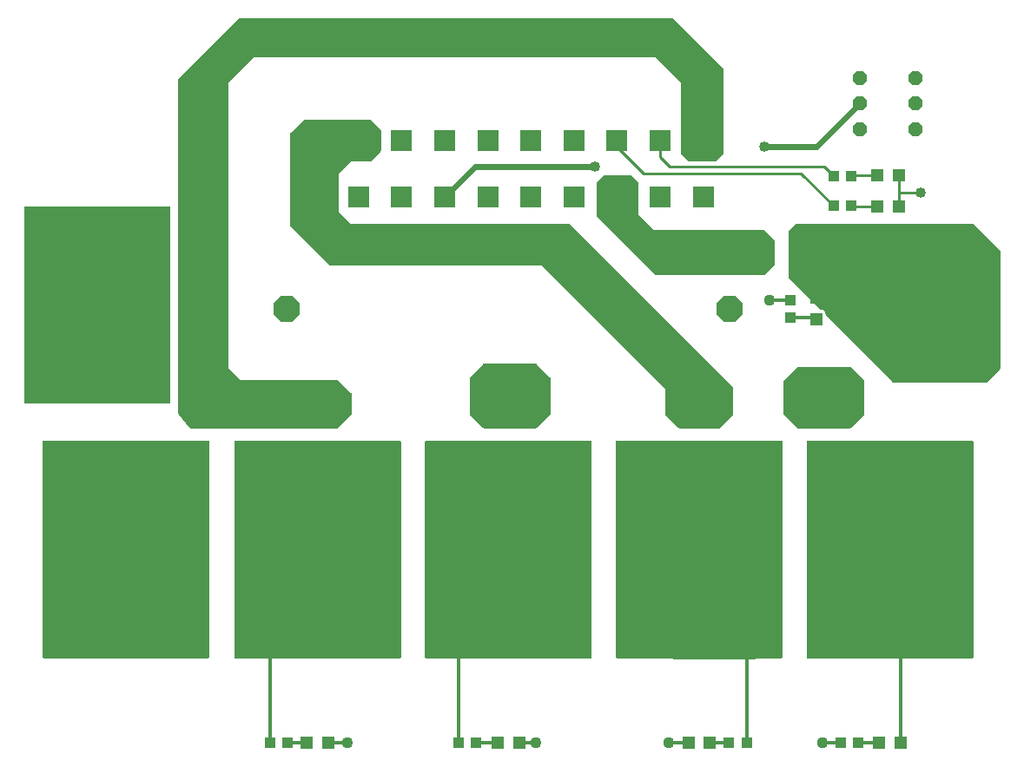
<source format=gbr>
G04 EAGLE Gerber RS-274X export*
G75*
%MOMM*%
%FSLAX34Y34*%
%LPD*%
%INTop Copper*%
%IPPOS*%
%AMOC8*
5,1,8,0,0,1.08239X$1,22.5*%
G01*
%ADD10P,2.749271X8X202.500000*%
%ADD11R,1.200000X1.200000*%
%ADD12R,1.000000X1.100000*%
%ADD13R,1.100000X1.000000*%
%ADD14R,3.150000X1.700000*%
%ADD15R,1.700000X3.150000*%
%ADD16C,8.000000*%
%ADD17R,2.100000X2.100000*%
%ADD18P,1.525737X8X112.500000*%
%ADD19C,0.254000*%
%ADD20C,0.355600*%
%ADD21C,1.108000*%
%ADD22C,1.016000*%
%ADD23C,1.422400*%
%ADD24C,0.558800*%

G36*
X333225Y373041D02*
X333225Y373041D01*
X333352Y373048D01*
X333398Y373061D01*
X333445Y373066D01*
X333565Y373109D01*
X333687Y373144D01*
X333728Y373168D01*
X333773Y373184D01*
X333880Y373253D01*
X333991Y373314D01*
X334036Y373353D01*
X334066Y373372D01*
X334100Y373407D01*
X334177Y373473D01*
X346877Y386173D01*
X346956Y386272D01*
X347040Y386366D01*
X347064Y386408D01*
X347094Y386446D01*
X347148Y386560D01*
X347209Y386671D01*
X347222Y386717D01*
X347243Y386761D01*
X347269Y386884D01*
X347304Y387006D01*
X347309Y387067D01*
X347316Y387102D01*
X347315Y387150D01*
X347323Y387250D01*
X347323Y406300D01*
X347309Y406426D01*
X347302Y406552D01*
X347289Y406598D01*
X347283Y406646D01*
X347241Y406765D01*
X347206Y406887D01*
X347182Y406929D01*
X347166Y406974D01*
X347097Y407081D01*
X347036Y407191D01*
X346996Y407237D01*
X346977Y407267D01*
X346942Y407301D01*
X346877Y407377D01*
X334177Y420077D01*
X334078Y420156D01*
X333984Y420240D01*
X333942Y420264D01*
X333904Y420294D01*
X333790Y420348D01*
X333679Y420409D01*
X333633Y420422D01*
X333589Y420443D01*
X333466Y420469D01*
X333344Y420504D01*
X333283Y420509D01*
X333248Y420516D01*
X333200Y420515D01*
X333100Y420523D01*
X241423Y420523D01*
X238767Y420604D01*
X226823Y432339D01*
X226823Y710469D01*
X251331Y734977D01*
X643769Y734977D01*
X668277Y710469D01*
X668277Y641250D01*
X668291Y641124D01*
X668298Y640998D01*
X668311Y640952D01*
X668317Y640904D01*
X668359Y640785D01*
X668394Y640663D01*
X668418Y640621D01*
X668434Y640576D01*
X668503Y640469D01*
X668564Y640359D01*
X668604Y640313D01*
X668623Y640283D01*
X668658Y640249D01*
X668723Y640173D01*
X675073Y633823D01*
X675172Y633744D01*
X675266Y633660D01*
X675308Y633636D01*
X675346Y633606D01*
X675460Y633552D01*
X675571Y633491D01*
X675617Y633478D01*
X675661Y633457D01*
X675784Y633431D01*
X675906Y633396D01*
X675967Y633392D01*
X676002Y633384D01*
X676050Y633385D01*
X676150Y633377D01*
X701550Y633377D01*
X701676Y633391D01*
X701802Y633398D01*
X701848Y633411D01*
X701896Y633417D01*
X702015Y633459D01*
X702137Y633494D01*
X702179Y633518D01*
X702224Y633534D01*
X702331Y633603D01*
X702441Y633664D01*
X702487Y633704D01*
X702517Y633723D01*
X702551Y633758D01*
X702627Y633823D01*
X708977Y640173D01*
X709056Y640272D01*
X709140Y640366D01*
X709164Y640408D01*
X709194Y640446D01*
X709248Y640560D01*
X709309Y640671D01*
X709322Y640717D01*
X709343Y640761D01*
X709369Y640884D01*
X709404Y641006D01*
X709409Y641067D01*
X709416Y641102D01*
X709415Y641150D01*
X709423Y641250D01*
X709423Y723800D01*
X709409Y723926D01*
X709402Y724052D01*
X709389Y724098D01*
X709383Y724146D01*
X709341Y724265D01*
X709306Y724387D01*
X709282Y724429D01*
X709266Y724474D01*
X709197Y724581D01*
X709136Y724691D01*
X709096Y724737D01*
X709077Y724767D01*
X709042Y724801D01*
X708977Y724877D01*
X660877Y772977D01*
X660778Y773056D01*
X660684Y773140D01*
X660642Y773164D01*
X660604Y773194D01*
X660490Y773248D01*
X660379Y773309D01*
X660333Y773322D01*
X660289Y773343D01*
X660166Y773369D01*
X660044Y773404D01*
X659983Y773409D01*
X659948Y773416D01*
X659900Y773415D01*
X659800Y773423D01*
X238000Y773423D01*
X237874Y773409D01*
X237748Y773402D01*
X237702Y773389D01*
X237654Y773383D01*
X237535Y773341D01*
X237413Y773306D01*
X237371Y773282D01*
X237326Y773266D01*
X237219Y773197D01*
X237109Y773136D01*
X237063Y773096D01*
X237033Y773077D01*
X236999Y773042D01*
X236923Y772977D01*
X178823Y714877D01*
X178744Y714778D01*
X178660Y714684D01*
X178636Y714642D01*
X178606Y714604D01*
X178552Y714490D01*
X178491Y714379D01*
X178478Y714333D01*
X178457Y714289D01*
X178431Y714166D01*
X178396Y714044D01*
X178392Y713983D01*
X178384Y713948D01*
X178385Y713900D01*
X178377Y713800D01*
X178377Y387250D01*
X178384Y387189D01*
X178382Y387128D01*
X178404Y387017D01*
X178417Y386904D01*
X178437Y386846D01*
X178449Y386786D01*
X178496Y386683D01*
X178534Y386576D01*
X178567Y386524D01*
X178592Y386469D01*
X178708Y386307D01*
X178723Y386283D01*
X178728Y386278D01*
X178734Y386269D01*
X189334Y373669D01*
X189347Y373658D01*
X189356Y373644D01*
X189473Y373538D01*
X189588Y373430D01*
X189602Y373422D01*
X189615Y373410D01*
X189752Y373334D01*
X189889Y373255D01*
X189905Y373250D01*
X189920Y373242D01*
X190071Y373199D01*
X190222Y373152D01*
X190239Y373151D01*
X190255Y373147D01*
X190499Y373127D01*
X333099Y373027D01*
X333225Y373041D01*
G37*
G36*
X716200Y148032D02*
X716200Y148032D01*
X716218Y148031D01*
X766018Y148731D01*
X766127Y148746D01*
X766237Y148753D01*
X766284Y148768D01*
X766333Y148775D01*
X766435Y148817D01*
X766539Y148851D01*
X766581Y148877D01*
X766627Y148896D01*
X766715Y148962D01*
X766808Y149021D01*
X766842Y149057D01*
X766882Y149087D01*
X766951Y149173D01*
X767026Y149253D01*
X767050Y149296D01*
X767081Y149335D01*
X767126Y149435D01*
X767180Y149531D01*
X767192Y149579D01*
X767212Y149624D01*
X767231Y149733D01*
X767259Y149839D01*
X767264Y149916D01*
X767268Y149937D01*
X767266Y149955D01*
X767269Y150000D01*
X767269Y360000D01*
X767254Y360118D01*
X767247Y360237D01*
X767234Y360275D01*
X767229Y360316D01*
X767186Y360426D01*
X767149Y360539D01*
X767127Y360574D01*
X767112Y360611D01*
X767043Y360707D01*
X766979Y360808D01*
X766949Y360836D01*
X766926Y360869D01*
X766834Y360945D01*
X766747Y361026D01*
X766712Y361046D01*
X766681Y361071D01*
X766573Y361122D01*
X766469Y361180D01*
X766429Y361190D01*
X766393Y361207D01*
X766276Y361229D01*
X766161Y361259D01*
X766101Y361263D01*
X766081Y361267D01*
X766060Y361265D01*
X766000Y361269D01*
X606000Y361269D01*
X605882Y361254D01*
X605763Y361247D01*
X605725Y361234D01*
X605684Y361229D01*
X605574Y361186D01*
X605461Y361149D01*
X605426Y361127D01*
X605389Y361112D01*
X605293Y361043D01*
X605192Y360979D01*
X605164Y360949D01*
X605131Y360926D01*
X605056Y360834D01*
X604974Y360747D01*
X604954Y360712D01*
X604929Y360681D01*
X604878Y360573D01*
X604820Y360469D01*
X604810Y360429D01*
X604793Y360393D01*
X604771Y360276D01*
X604741Y360161D01*
X604737Y360101D01*
X604733Y360081D01*
X604734Y360077D01*
X604733Y360076D01*
X604734Y360058D01*
X604731Y360000D01*
X604731Y150000D01*
X604745Y149886D01*
X604752Y149771D01*
X604765Y149729D01*
X604771Y149684D01*
X604813Y149578D01*
X604848Y149468D01*
X604871Y149430D01*
X604888Y149389D01*
X604955Y149296D01*
X605016Y149198D01*
X605048Y149168D01*
X605074Y149131D01*
X605163Y149058D01*
X605246Y148979D01*
X605285Y148957D01*
X605319Y148929D01*
X605424Y148880D01*
X605524Y148823D01*
X605567Y148812D01*
X605607Y148793D01*
X605720Y148772D01*
X605831Y148742D01*
X605899Y148737D01*
X605920Y148733D01*
X605939Y148735D01*
X605992Y148731D01*
X716192Y148031D01*
X716200Y148032D01*
G37*
G36*
X207318Y148746D02*
X207318Y148746D01*
X207437Y148753D01*
X207475Y148766D01*
X207516Y148771D01*
X207626Y148814D01*
X207739Y148851D01*
X207774Y148873D01*
X207811Y148888D01*
X207907Y148958D01*
X208008Y149021D01*
X208036Y149051D01*
X208069Y149074D01*
X208145Y149166D01*
X208226Y149253D01*
X208246Y149288D01*
X208271Y149319D01*
X208322Y149427D01*
X208380Y149531D01*
X208390Y149571D01*
X208407Y149607D01*
X208429Y149724D01*
X208459Y149839D01*
X208463Y149900D01*
X208467Y149920D01*
X208465Y149940D01*
X208469Y150000D01*
X208469Y360000D01*
X208454Y360118D01*
X208447Y360237D01*
X208434Y360275D01*
X208429Y360316D01*
X208386Y360426D01*
X208349Y360539D01*
X208327Y360574D01*
X208312Y360611D01*
X208243Y360707D01*
X208179Y360808D01*
X208149Y360836D01*
X208126Y360869D01*
X208034Y360945D01*
X207947Y361026D01*
X207912Y361046D01*
X207881Y361071D01*
X207773Y361122D01*
X207669Y361180D01*
X207629Y361190D01*
X207593Y361207D01*
X207476Y361229D01*
X207361Y361259D01*
X207301Y361263D01*
X207281Y361267D01*
X207260Y361265D01*
X207200Y361269D01*
X47200Y361269D01*
X47082Y361254D01*
X46963Y361247D01*
X46925Y361234D01*
X46884Y361229D01*
X46774Y361186D01*
X46661Y361149D01*
X46626Y361127D01*
X46589Y361112D01*
X46493Y361043D01*
X46392Y360979D01*
X46364Y360949D01*
X46331Y360926D01*
X46256Y360834D01*
X46174Y360747D01*
X46154Y360712D01*
X46129Y360681D01*
X46078Y360573D01*
X46020Y360469D01*
X46010Y360429D01*
X45993Y360393D01*
X45971Y360276D01*
X45941Y360161D01*
X45937Y360101D01*
X45933Y360081D01*
X45935Y360060D01*
X45931Y360000D01*
X45931Y150000D01*
X45946Y149882D01*
X45953Y149763D01*
X45966Y149725D01*
X45971Y149684D01*
X46014Y149574D01*
X46051Y149461D01*
X46073Y149426D01*
X46088Y149389D01*
X46158Y149293D01*
X46221Y149192D01*
X46251Y149164D01*
X46274Y149131D01*
X46366Y149056D01*
X46453Y148974D01*
X46488Y148954D01*
X46519Y148929D01*
X46627Y148878D01*
X46731Y148820D01*
X46771Y148810D01*
X46807Y148793D01*
X46924Y148771D01*
X47039Y148741D01*
X47100Y148737D01*
X47120Y148733D01*
X47140Y148735D01*
X47200Y148731D01*
X207200Y148731D01*
X207318Y148746D01*
G37*
G36*
X952118Y148746D02*
X952118Y148746D01*
X952237Y148753D01*
X952275Y148766D01*
X952316Y148771D01*
X952426Y148814D01*
X952539Y148851D01*
X952574Y148873D01*
X952611Y148888D01*
X952707Y148958D01*
X952808Y149021D01*
X952836Y149051D01*
X952869Y149074D01*
X952945Y149166D01*
X953026Y149253D01*
X953046Y149288D01*
X953071Y149319D01*
X953122Y149427D01*
X953180Y149531D01*
X953190Y149571D01*
X953207Y149607D01*
X953229Y149724D01*
X953259Y149839D01*
X953263Y149900D01*
X953267Y149920D01*
X953265Y149940D01*
X953269Y150000D01*
X953269Y360000D01*
X953254Y360118D01*
X953247Y360237D01*
X953234Y360275D01*
X953229Y360316D01*
X953186Y360426D01*
X953149Y360539D01*
X953127Y360574D01*
X953112Y360611D01*
X953043Y360707D01*
X952979Y360808D01*
X952949Y360836D01*
X952926Y360869D01*
X952834Y360945D01*
X952747Y361026D01*
X952712Y361046D01*
X952681Y361071D01*
X952573Y361122D01*
X952469Y361180D01*
X952429Y361190D01*
X952393Y361207D01*
X952276Y361229D01*
X952161Y361259D01*
X952101Y361263D01*
X952081Y361267D01*
X952060Y361265D01*
X952000Y361269D01*
X792000Y361269D01*
X791882Y361254D01*
X791763Y361247D01*
X791725Y361234D01*
X791684Y361229D01*
X791574Y361186D01*
X791461Y361149D01*
X791426Y361127D01*
X791389Y361112D01*
X791293Y361043D01*
X791192Y360979D01*
X791164Y360949D01*
X791131Y360926D01*
X791056Y360834D01*
X790974Y360747D01*
X790954Y360712D01*
X790929Y360681D01*
X790878Y360573D01*
X790820Y360469D01*
X790810Y360429D01*
X790793Y360393D01*
X790771Y360276D01*
X790741Y360161D01*
X790737Y360101D01*
X790733Y360081D01*
X790735Y360060D01*
X790731Y360000D01*
X790731Y150000D01*
X790746Y149882D01*
X790753Y149763D01*
X790766Y149725D01*
X790771Y149684D01*
X790814Y149574D01*
X790851Y149461D01*
X790873Y149426D01*
X790888Y149389D01*
X790958Y149293D01*
X791021Y149192D01*
X791051Y149164D01*
X791074Y149131D01*
X791166Y149056D01*
X791253Y148974D01*
X791288Y148954D01*
X791319Y148929D01*
X791427Y148878D01*
X791531Y148820D01*
X791571Y148810D01*
X791607Y148793D01*
X791724Y148771D01*
X791839Y148741D01*
X791900Y148737D01*
X791920Y148733D01*
X791940Y148735D01*
X792000Y148731D01*
X952000Y148731D01*
X952118Y148746D01*
G37*
G36*
X580118Y148746D02*
X580118Y148746D01*
X580237Y148753D01*
X580275Y148766D01*
X580316Y148771D01*
X580426Y148814D01*
X580539Y148851D01*
X580574Y148873D01*
X580611Y148888D01*
X580707Y148958D01*
X580808Y149021D01*
X580836Y149051D01*
X580869Y149074D01*
X580945Y149166D01*
X581026Y149253D01*
X581046Y149288D01*
X581071Y149319D01*
X581122Y149427D01*
X581180Y149531D01*
X581190Y149571D01*
X581207Y149607D01*
X581229Y149724D01*
X581259Y149839D01*
X581263Y149900D01*
X581267Y149920D01*
X581265Y149940D01*
X581269Y150000D01*
X581269Y360000D01*
X581254Y360118D01*
X581247Y360237D01*
X581234Y360275D01*
X581229Y360316D01*
X581186Y360426D01*
X581149Y360539D01*
X581127Y360574D01*
X581112Y360611D01*
X581043Y360707D01*
X580979Y360808D01*
X580949Y360836D01*
X580926Y360869D01*
X580834Y360945D01*
X580747Y361026D01*
X580712Y361046D01*
X580681Y361071D01*
X580573Y361122D01*
X580469Y361180D01*
X580429Y361190D01*
X580393Y361207D01*
X580276Y361229D01*
X580161Y361259D01*
X580101Y361263D01*
X580081Y361267D01*
X580060Y361265D01*
X580000Y361269D01*
X420000Y361269D01*
X419882Y361254D01*
X419763Y361247D01*
X419725Y361234D01*
X419684Y361229D01*
X419574Y361186D01*
X419461Y361149D01*
X419426Y361127D01*
X419389Y361112D01*
X419293Y361043D01*
X419192Y360979D01*
X419164Y360949D01*
X419131Y360926D01*
X419056Y360834D01*
X418974Y360747D01*
X418954Y360712D01*
X418929Y360681D01*
X418878Y360573D01*
X418820Y360469D01*
X418810Y360429D01*
X418793Y360393D01*
X418771Y360276D01*
X418741Y360161D01*
X418737Y360101D01*
X418733Y360081D01*
X418735Y360060D01*
X418731Y360000D01*
X418731Y150000D01*
X418746Y149882D01*
X418753Y149763D01*
X418766Y149725D01*
X418771Y149684D01*
X418814Y149574D01*
X418851Y149461D01*
X418873Y149426D01*
X418888Y149389D01*
X418958Y149293D01*
X419021Y149192D01*
X419051Y149164D01*
X419074Y149131D01*
X419166Y149056D01*
X419253Y148974D01*
X419288Y148954D01*
X419319Y148929D01*
X419427Y148878D01*
X419531Y148820D01*
X419571Y148810D01*
X419607Y148793D01*
X419724Y148771D01*
X419839Y148741D01*
X419900Y148737D01*
X419920Y148733D01*
X419940Y148735D01*
X420000Y148731D01*
X580000Y148731D01*
X580118Y148746D01*
G37*
G36*
X394118Y148746D02*
X394118Y148746D01*
X394237Y148753D01*
X394275Y148766D01*
X394316Y148771D01*
X394426Y148814D01*
X394539Y148851D01*
X394574Y148873D01*
X394611Y148888D01*
X394707Y148958D01*
X394808Y149021D01*
X394836Y149051D01*
X394869Y149074D01*
X394945Y149166D01*
X395026Y149253D01*
X395046Y149288D01*
X395071Y149319D01*
X395122Y149427D01*
X395180Y149531D01*
X395190Y149571D01*
X395207Y149607D01*
X395229Y149724D01*
X395259Y149839D01*
X395263Y149900D01*
X395267Y149920D01*
X395265Y149940D01*
X395269Y150000D01*
X395269Y360000D01*
X395254Y360118D01*
X395247Y360237D01*
X395234Y360275D01*
X395229Y360316D01*
X395186Y360426D01*
X395149Y360539D01*
X395127Y360574D01*
X395112Y360611D01*
X395043Y360707D01*
X394979Y360808D01*
X394949Y360836D01*
X394926Y360869D01*
X394834Y360945D01*
X394747Y361026D01*
X394712Y361046D01*
X394681Y361071D01*
X394573Y361122D01*
X394469Y361180D01*
X394429Y361190D01*
X394393Y361207D01*
X394276Y361229D01*
X394161Y361259D01*
X394101Y361263D01*
X394081Y361267D01*
X394060Y361265D01*
X394000Y361269D01*
X234000Y361269D01*
X233882Y361254D01*
X233763Y361247D01*
X233725Y361234D01*
X233684Y361229D01*
X233574Y361186D01*
X233461Y361149D01*
X233426Y361127D01*
X233389Y361112D01*
X233293Y361043D01*
X233192Y360979D01*
X233164Y360949D01*
X233131Y360926D01*
X233056Y360834D01*
X232974Y360747D01*
X232954Y360712D01*
X232929Y360681D01*
X232878Y360573D01*
X232820Y360469D01*
X232810Y360429D01*
X232793Y360393D01*
X232771Y360276D01*
X232741Y360161D01*
X232737Y360101D01*
X232733Y360081D01*
X232735Y360060D01*
X232731Y360000D01*
X232731Y150000D01*
X232746Y149882D01*
X232753Y149763D01*
X232766Y149725D01*
X232771Y149684D01*
X232814Y149574D01*
X232851Y149461D01*
X232873Y149426D01*
X232888Y149389D01*
X232958Y149293D01*
X233021Y149192D01*
X233051Y149164D01*
X233074Y149131D01*
X233166Y149056D01*
X233253Y148974D01*
X233288Y148954D01*
X233319Y148929D01*
X233427Y148878D01*
X233531Y148820D01*
X233571Y148810D01*
X233607Y148793D01*
X233724Y148771D01*
X233839Y148741D01*
X233900Y148737D01*
X233920Y148733D01*
X233940Y148735D01*
X234000Y148731D01*
X394000Y148731D01*
X394118Y148746D01*
G37*
G36*
X705326Y373141D02*
X705326Y373141D01*
X705452Y373148D01*
X705498Y373161D01*
X705546Y373167D01*
X705665Y373209D01*
X705787Y373244D01*
X705829Y373268D01*
X705874Y373284D01*
X705981Y373353D01*
X706091Y373414D01*
X706137Y373454D01*
X706167Y373473D01*
X706201Y373508D01*
X706277Y373573D01*
X718977Y386273D01*
X719056Y386372D01*
X719140Y386466D01*
X719164Y386508D01*
X719194Y386546D01*
X719248Y386660D01*
X719309Y386771D01*
X719322Y386817D01*
X719343Y386861D01*
X719369Y386984D01*
X719404Y387106D01*
X719409Y387167D01*
X719416Y387202D01*
X719415Y387250D01*
X719423Y387350D01*
X719423Y412400D01*
X719409Y412526D01*
X719402Y412652D01*
X719389Y412698D01*
X719383Y412746D01*
X719341Y412865D01*
X719306Y412987D01*
X719282Y413029D01*
X719266Y413074D01*
X719197Y413181D01*
X719136Y413291D01*
X719096Y413337D01*
X719077Y413367D01*
X719042Y413401D01*
X718977Y413477D01*
X559877Y572577D01*
X559778Y572656D01*
X559684Y572740D01*
X559642Y572764D01*
X559604Y572794D01*
X559490Y572848D01*
X559379Y572909D01*
X559333Y572922D01*
X559289Y572943D01*
X559166Y572969D01*
X559044Y573004D01*
X558983Y573009D01*
X558948Y573016D01*
X558900Y573015D01*
X558800Y573023D01*
X546100Y573023D01*
X546099Y573023D01*
X346581Y572924D01*
X334773Y584731D01*
X334773Y621569D01*
X346581Y633377D01*
X365000Y633377D01*
X365126Y633391D01*
X365252Y633398D01*
X365298Y633411D01*
X365346Y633417D01*
X365465Y633459D01*
X365587Y633494D01*
X365629Y633518D01*
X365674Y633534D01*
X365781Y633603D01*
X365891Y633664D01*
X365937Y633704D01*
X365967Y633723D01*
X366001Y633758D01*
X366077Y633823D01*
X375602Y643348D01*
X375681Y643447D01*
X375765Y643541D01*
X375789Y643583D01*
X375819Y643621D01*
X375873Y643735D01*
X375934Y643846D01*
X375947Y643892D01*
X375968Y643936D01*
X375994Y644059D01*
X376029Y644181D01*
X376034Y644242D01*
X376041Y644277D01*
X376040Y644325D01*
X376048Y644425D01*
X376048Y663475D01*
X376034Y663601D01*
X376027Y663727D01*
X376014Y663773D01*
X376008Y663821D01*
X375966Y663940D01*
X375931Y664062D01*
X375907Y664104D01*
X375891Y664149D01*
X375822Y664256D01*
X375761Y664366D01*
X375721Y664412D01*
X375702Y664442D01*
X375667Y664476D01*
X375602Y664552D01*
X366077Y674077D01*
X365978Y674156D01*
X365884Y674240D01*
X365842Y674264D01*
X365804Y674294D01*
X365690Y674348D01*
X365579Y674409D01*
X365533Y674422D01*
X365489Y674443D01*
X365366Y674469D01*
X365244Y674504D01*
X365183Y674509D01*
X365148Y674516D01*
X365100Y674515D01*
X365000Y674523D01*
X301500Y674523D01*
X301374Y674509D01*
X301248Y674502D01*
X301202Y674489D01*
X301154Y674483D01*
X301035Y674441D01*
X300913Y674406D01*
X300871Y674382D01*
X300826Y674366D01*
X300719Y674297D01*
X300609Y674236D01*
X300563Y674196D01*
X300533Y674177D01*
X300499Y674142D01*
X300423Y674077D01*
X287723Y661377D01*
X287644Y661278D01*
X287560Y661184D01*
X287536Y661142D01*
X287506Y661104D01*
X287452Y660990D01*
X287391Y660879D01*
X287378Y660833D01*
X287357Y660789D01*
X287331Y660666D01*
X287296Y660544D01*
X287292Y660483D01*
X287284Y660448D01*
X287285Y660400D01*
X287277Y660300D01*
X287277Y571400D01*
X287291Y571274D01*
X287298Y571148D01*
X287311Y571102D01*
X287317Y571054D01*
X287359Y570935D01*
X287394Y570813D01*
X287418Y570771D01*
X287434Y570726D01*
X287503Y570619D01*
X287564Y570509D01*
X287604Y570463D01*
X287623Y570433D01*
X287658Y570399D01*
X287723Y570323D01*
X325823Y532223D01*
X325922Y532144D01*
X326016Y532059D01*
X326058Y532036D01*
X326096Y532006D01*
X326210Y531952D01*
X326322Y531891D01*
X326368Y531878D01*
X326411Y531857D01*
X326535Y531831D01*
X326657Y531796D01*
X326717Y531791D01*
X326752Y531784D01*
X326800Y531785D01*
X326901Y531777D01*
X520701Y531877D01*
X532769Y531877D01*
X652877Y411769D01*
X652877Y387350D01*
X652891Y387224D01*
X652898Y387098D01*
X652911Y387052D01*
X652917Y387004D01*
X652959Y386885D01*
X652994Y386763D01*
X653018Y386721D01*
X653034Y386676D01*
X653103Y386569D01*
X653164Y386459D01*
X653204Y386413D01*
X653223Y386383D01*
X653258Y386349D01*
X653323Y386273D01*
X666023Y373573D01*
X666122Y373494D01*
X666216Y373410D01*
X666258Y373386D01*
X666296Y373356D01*
X666410Y373302D01*
X666521Y373241D01*
X666567Y373228D01*
X666611Y373207D01*
X666734Y373181D01*
X666856Y373146D01*
X666917Y373142D01*
X666952Y373134D01*
X667000Y373135D01*
X667100Y373127D01*
X705200Y373127D01*
X705326Y373141D01*
G37*
G36*
X169618Y397346D02*
X169618Y397346D01*
X169737Y397353D01*
X169775Y397366D01*
X169816Y397371D01*
X169926Y397414D01*
X170039Y397451D01*
X170074Y397473D01*
X170111Y397488D01*
X170207Y397558D01*
X170308Y397621D01*
X170336Y397651D01*
X170369Y397674D01*
X170445Y397766D01*
X170526Y397853D01*
X170546Y397888D01*
X170571Y397919D01*
X170622Y398027D01*
X170680Y398131D01*
X170690Y398171D01*
X170707Y398207D01*
X170729Y398324D01*
X170759Y398439D01*
X170763Y398500D01*
X170767Y398520D01*
X170765Y398540D01*
X170769Y398600D01*
X170769Y588600D01*
X170754Y588718D01*
X170747Y588837D01*
X170734Y588875D01*
X170729Y588916D01*
X170686Y589026D01*
X170649Y589139D01*
X170627Y589174D01*
X170612Y589211D01*
X170543Y589307D01*
X170479Y589408D01*
X170449Y589436D01*
X170426Y589469D01*
X170334Y589545D01*
X170247Y589626D01*
X170212Y589646D01*
X170181Y589671D01*
X170073Y589722D01*
X169969Y589780D01*
X169929Y589790D01*
X169893Y589807D01*
X169776Y589829D01*
X169661Y589859D01*
X169601Y589863D01*
X169581Y589867D01*
X169560Y589865D01*
X169500Y589869D01*
X29500Y589869D01*
X29382Y589854D01*
X29263Y589847D01*
X29225Y589834D01*
X29184Y589829D01*
X29074Y589786D01*
X28961Y589749D01*
X28926Y589727D01*
X28889Y589712D01*
X28793Y589643D01*
X28692Y589579D01*
X28664Y589549D01*
X28631Y589526D01*
X28556Y589434D01*
X28474Y589347D01*
X28454Y589312D01*
X28429Y589281D01*
X28378Y589173D01*
X28320Y589069D01*
X28310Y589029D01*
X28293Y588993D01*
X28271Y588876D01*
X28241Y588761D01*
X28237Y588701D01*
X28233Y588681D01*
X28235Y588660D01*
X28231Y588600D01*
X28231Y398600D01*
X28246Y398482D01*
X28253Y398363D01*
X28266Y398325D01*
X28271Y398284D01*
X28314Y398174D01*
X28351Y398061D01*
X28373Y398026D01*
X28388Y397989D01*
X28458Y397893D01*
X28521Y397792D01*
X28551Y397764D01*
X28574Y397731D01*
X28666Y397656D01*
X28753Y397574D01*
X28788Y397554D01*
X28819Y397529D01*
X28927Y397478D01*
X29031Y397420D01*
X29071Y397410D01*
X29107Y397393D01*
X29224Y397371D01*
X29339Y397341D01*
X29400Y397337D01*
X29420Y397333D01*
X29440Y397335D01*
X29500Y397331D01*
X169500Y397331D01*
X169618Y397346D01*
G37*
G36*
X965326Y417591D02*
X965326Y417591D01*
X965452Y417598D01*
X965498Y417611D01*
X965546Y417617D01*
X965665Y417659D01*
X965787Y417694D01*
X965829Y417718D01*
X965874Y417734D01*
X965981Y417803D01*
X966091Y417864D01*
X966137Y417904D01*
X966167Y417923D01*
X966201Y417958D01*
X966277Y418023D01*
X978977Y430723D01*
X979056Y430822D01*
X979140Y430916D01*
X979164Y430958D01*
X979194Y430996D01*
X979248Y431110D01*
X979309Y431221D01*
X979322Y431267D01*
X979343Y431311D01*
X979369Y431434D01*
X979404Y431556D01*
X979409Y431617D01*
X979416Y431652D01*
X979415Y431700D01*
X979423Y431800D01*
X979423Y546100D01*
X979409Y546226D01*
X979402Y546352D01*
X979389Y546398D01*
X979383Y546446D01*
X979341Y546565D01*
X979306Y546687D01*
X979282Y546729D01*
X979266Y546774D01*
X979197Y546881D01*
X979136Y546991D01*
X979096Y547037D01*
X979077Y547067D01*
X979042Y547101D01*
X978977Y547177D01*
X953577Y572577D01*
X953478Y572656D01*
X953384Y572740D01*
X953342Y572764D01*
X953304Y572794D01*
X953190Y572848D01*
X953079Y572909D01*
X953033Y572922D01*
X952989Y572943D01*
X952866Y572969D01*
X952744Y573004D01*
X952683Y573009D01*
X952648Y573016D01*
X952600Y573015D01*
X952500Y573023D01*
X781050Y573023D01*
X780924Y573009D01*
X780798Y573002D01*
X780752Y572989D01*
X780704Y572983D01*
X780585Y572941D01*
X780463Y572906D01*
X780421Y572882D01*
X780376Y572866D01*
X780269Y572797D01*
X780159Y572736D01*
X780113Y572696D01*
X780083Y572677D01*
X780049Y572642D01*
X779973Y572577D01*
X773623Y566227D01*
X773544Y566128D01*
X773460Y566034D01*
X773436Y565992D01*
X773406Y565954D01*
X773352Y565840D01*
X773291Y565729D01*
X773278Y565683D01*
X773257Y565639D01*
X773231Y565516D01*
X773196Y565394D01*
X773192Y565333D01*
X773184Y565298D01*
X773185Y565250D01*
X773177Y565150D01*
X773177Y520700D01*
X773191Y520574D01*
X773198Y520448D01*
X773211Y520402D01*
X773217Y520354D01*
X773259Y520235D01*
X773294Y520113D01*
X773318Y520071D01*
X773334Y520026D01*
X773403Y519919D01*
X773464Y519809D01*
X773504Y519763D01*
X773523Y519733D01*
X773558Y519699D01*
X773623Y519623D01*
X804251Y488995D01*
X804350Y488916D01*
X804444Y488832D01*
X804486Y488808D01*
X804524Y488778D01*
X804638Y488724D01*
X804749Y488663D01*
X804795Y488650D01*
X804839Y488629D01*
X804962Y488603D01*
X805084Y488568D01*
X805145Y488563D01*
X805180Y488556D01*
X805228Y488557D01*
X805328Y488549D01*
X807363Y488549D01*
X809149Y486763D01*
X809149Y484728D01*
X809163Y484602D01*
X809170Y484476D01*
X809183Y484430D01*
X809189Y484382D01*
X809231Y484263D01*
X809266Y484141D01*
X809290Y484099D01*
X809306Y484054D01*
X809375Y483947D01*
X809436Y483837D01*
X809476Y483791D01*
X809495Y483761D01*
X809530Y483727D01*
X809595Y483651D01*
X875223Y418023D01*
X875322Y417944D01*
X875416Y417860D01*
X875458Y417836D01*
X875496Y417806D01*
X875610Y417752D01*
X875721Y417691D01*
X875767Y417678D01*
X875811Y417657D01*
X875934Y417631D01*
X876056Y417596D01*
X876117Y417592D01*
X876152Y417584D01*
X876200Y417585D01*
X876300Y417577D01*
X965200Y417577D01*
X965326Y417591D01*
G37*
G36*
X749398Y522618D02*
X749398Y522618D01*
X749497Y522621D01*
X749555Y522638D01*
X749616Y522646D01*
X749708Y522682D01*
X749803Y522710D01*
X749855Y522740D01*
X749911Y522763D01*
X749991Y522821D01*
X750077Y522871D01*
X750152Y522937D01*
X750169Y522949D01*
X750176Y522959D01*
X750198Y522978D01*
X759723Y532503D01*
X759783Y532581D01*
X759851Y532653D01*
X759880Y532706D01*
X759917Y532754D01*
X759957Y532845D01*
X760005Y532931D01*
X760020Y532990D01*
X760044Y533046D01*
X760059Y533144D01*
X760084Y533239D01*
X760090Y533339D01*
X760094Y533360D01*
X760092Y533372D01*
X760094Y533400D01*
X760094Y555625D01*
X760082Y555723D01*
X760079Y555822D01*
X760062Y555880D01*
X760054Y555941D01*
X760018Y556033D01*
X759990Y556128D01*
X759960Y556180D01*
X759937Y556236D01*
X759879Y556316D01*
X759829Y556402D01*
X759763Y556477D01*
X759751Y556494D01*
X759741Y556501D01*
X759723Y556523D01*
X750198Y566048D01*
X750119Y566108D01*
X750047Y566176D01*
X749994Y566205D01*
X749946Y566242D01*
X749855Y566282D01*
X749769Y566330D01*
X749710Y566345D01*
X749654Y566369D01*
X749556Y566384D01*
X749461Y566409D01*
X749361Y566415D01*
X749340Y566419D01*
X749328Y566417D01*
X749300Y566419D01*
X641876Y566419D01*
X626619Y581676D01*
X626619Y612675D01*
X626607Y612773D01*
X626604Y612872D01*
X626587Y612930D01*
X626579Y612991D01*
X626543Y613083D01*
X626515Y613178D01*
X626485Y613230D01*
X626462Y613286D01*
X626404Y613366D01*
X626354Y613452D01*
X626288Y613527D01*
X626276Y613544D01*
X626266Y613551D01*
X626248Y613573D01*
X619898Y619923D01*
X619819Y619983D01*
X619747Y620051D01*
X619694Y620080D01*
X619646Y620117D01*
X619555Y620157D01*
X619469Y620205D01*
X619410Y620220D01*
X619354Y620244D01*
X619256Y620259D01*
X619161Y620284D01*
X619061Y620290D01*
X619040Y620294D01*
X619028Y620292D01*
X619000Y620294D01*
X593600Y620294D01*
X593502Y620282D01*
X593403Y620279D01*
X593345Y620262D01*
X593284Y620254D01*
X593192Y620218D01*
X593097Y620190D01*
X593045Y620160D01*
X592989Y620137D01*
X592909Y620079D01*
X592823Y620029D01*
X592748Y619963D01*
X592731Y619951D01*
X592724Y619941D01*
X592703Y619923D01*
X586353Y613573D01*
X586292Y613494D01*
X586224Y613422D01*
X586195Y613369D01*
X586158Y613321D01*
X586118Y613230D01*
X586070Y613144D01*
X586055Y613085D01*
X586031Y613029D01*
X586016Y612931D01*
X585991Y612836D01*
X585985Y612736D01*
X585981Y612715D01*
X585983Y612703D01*
X585981Y612675D01*
X585981Y581150D01*
X585993Y581052D01*
X585996Y580953D01*
X586013Y580895D01*
X586021Y580834D01*
X586057Y580742D01*
X586085Y580647D01*
X586115Y580595D01*
X586138Y580539D01*
X586196Y580459D01*
X586246Y580373D01*
X586312Y580298D01*
X586324Y580281D01*
X586334Y580274D01*
X586353Y580253D01*
X643628Y522978D01*
X643706Y522917D01*
X643778Y522849D01*
X643831Y522820D01*
X643879Y522783D01*
X643970Y522743D01*
X644056Y522695D01*
X644115Y522680D01*
X644171Y522656D01*
X644269Y522641D01*
X644364Y522616D01*
X644464Y522610D01*
X644485Y522606D01*
X644497Y522608D01*
X644525Y522606D01*
X749300Y522606D01*
X749398Y522618D01*
G37*
G36*
X527123Y373293D02*
X527123Y373293D01*
X527222Y373296D01*
X527280Y373313D01*
X527341Y373321D01*
X527433Y373357D01*
X527528Y373385D01*
X527580Y373415D01*
X527636Y373438D01*
X527716Y373496D01*
X527802Y373546D01*
X527877Y373612D01*
X527894Y373624D01*
X527901Y373634D01*
X527923Y373653D01*
X540623Y386353D01*
X540683Y386431D01*
X540751Y386503D01*
X540773Y386543D01*
X540789Y386562D01*
X540795Y386575D01*
X540817Y386604D01*
X540857Y386695D01*
X540905Y386781D01*
X540920Y386839D01*
X540924Y386850D01*
X540925Y386852D01*
X540944Y386896D01*
X540959Y386994D01*
X540984Y387089D01*
X540990Y387189D01*
X540994Y387210D01*
X540992Y387222D01*
X540994Y387250D01*
X540994Y422175D01*
X540982Y422273D01*
X540979Y422372D01*
X540962Y422430D01*
X540954Y422491D01*
X540918Y422583D01*
X540890Y422678D01*
X540860Y422730D01*
X540837Y422786D01*
X540779Y422866D01*
X540729Y422952D01*
X540663Y423027D01*
X540651Y423044D01*
X540641Y423051D01*
X540623Y423073D01*
X527923Y435773D01*
X527844Y435833D01*
X527772Y435901D01*
X527719Y435930D01*
X527671Y435967D01*
X527580Y436007D01*
X527494Y436055D01*
X527435Y436070D01*
X527379Y436094D01*
X527281Y436109D01*
X527186Y436134D01*
X527086Y436140D01*
X527065Y436144D01*
X527053Y436142D01*
X527025Y436144D01*
X476225Y436144D01*
X476127Y436132D01*
X476028Y436129D01*
X475970Y436112D01*
X475909Y436104D01*
X475817Y436068D01*
X475722Y436040D01*
X475670Y436010D01*
X475614Y435987D01*
X475534Y435929D01*
X475448Y435879D01*
X475373Y435813D01*
X475356Y435801D01*
X475349Y435791D01*
X475328Y435773D01*
X462628Y423073D01*
X462567Y422994D01*
X462499Y422922D01*
X462470Y422869D01*
X462433Y422821D01*
X462393Y422730D01*
X462345Y422644D01*
X462330Y422585D01*
X462306Y422529D01*
X462291Y422431D01*
X462266Y422336D01*
X462260Y422236D01*
X462256Y422215D01*
X462258Y422203D01*
X462256Y422175D01*
X462256Y387250D01*
X462268Y387152D01*
X462271Y387053D01*
X462288Y386995D01*
X462296Y386934D01*
X462332Y386842D01*
X462360Y386747D01*
X462381Y386711D01*
X462384Y386703D01*
X462393Y386688D01*
X462413Y386639D01*
X462471Y386559D01*
X462521Y386473D01*
X462550Y386441D01*
X462554Y386434D01*
X462563Y386425D01*
X462587Y386398D01*
X462599Y386381D01*
X462609Y386374D01*
X462628Y386353D01*
X475328Y373653D01*
X475406Y373592D01*
X475478Y373524D01*
X475531Y373495D01*
X475579Y373458D01*
X475670Y373418D01*
X475756Y373370D01*
X475815Y373355D01*
X475871Y373331D01*
X475969Y373316D01*
X476064Y373291D01*
X476164Y373285D01*
X476185Y373281D01*
X476197Y373283D01*
X476225Y373281D01*
X527025Y373281D01*
X527123Y373293D01*
G37*
G36*
X833223Y373293D02*
X833223Y373293D01*
X833322Y373296D01*
X833380Y373313D01*
X833441Y373321D01*
X833533Y373357D01*
X833628Y373385D01*
X833680Y373415D01*
X833736Y373438D01*
X833816Y373496D01*
X833902Y373546D01*
X833977Y373612D01*
X833994Y373624D01*
X834001Y373634D01*
X834023Y373653D01*
X846723Y386353D01*
X846783Y386431D01*
X846851Y386503D01*
X846873Y386543D01*
X846889Y386562D01*
X846895Y386575D01*
X846917Y386604D01*
X846957Y386695D01*
X847005Y386781D01*
X847020Y386839D01*
X847024Y386850D01*
X847025Y386852D01*
X847044Y386896D01*
X847059Y386994D01*
X847084Y387089D01*
X847090Y387189D01*
X847094Y387210D01*
X847092Y387222D01*
X847094Y387250D01*
X847094Y419000D01*
X847082Y419098D01*
X847079Y419197D01*
X847062Y419255D01*
X847054Y419316D01*
X847018Y419408D01*
X846990Y419503D01*
X846960Y419555D01*
X846937Y419611D01*
X846879Y419691D01*
X846829Y419777D01*
X846763Y419852D01*
X846751Y419869D01*
X846741Y419876D01*
X846723Y419898D01*
X834023Y432598D01*
X833944Y432658D01*
X833872Y432726D01*
X833819Y432755D01*
X833771Y432792D01*
X833680Y432832D01*
X833594Y432880D01*
X833535Y432895D01*
X833479Y432919D01*
X833381Y432934D01*
X833286Y432959D01*
X833186Y432965D01*
X833165Y432969D01*
X833153Y432967D01*
X833125Y432969D01*
X782325Y432969D01*
X782227Y432957D01*
X782128Y432954D01*
X782070Y432937D01*
X782009Y432929D01*
X781917Y432893D01*
X781822Y432865D01*
X781770Y432835D01*
X781714Y432812D01*
X781634Y432754D01*
X781548Y432704D01*
X781473Y432638D01*
X781456Y432626D01*
X781449Y432616D01*
X781428Y432598D01*
X768728Y419898D01*
X768667Y419819D01*
X768599Y419747D01*
X768570Y419694D01*
X768533Y419646D01*
X768493Y419555D01*
X768445Y419469D01*
X768430Y419410D01*
X768406Y419354D01*
X768391Y419256D01*
X768366Y419161D01*
X768360Y419061D01*
X768358Y419054D01*
X768358Y419053D01*
X768356Y419040D01*
X768358Y419028D01*
X768356Y419000D01*
X768356Y387250D01*
X768368Y387152D01*
X768371Y387053D01*
X768388Y386995D01*
X768396Y386934D01*
X768432Y386842D01*
X768460Y386747D01*
X768481Y386711D01*
X768484Y386703D01*
X768493Y386688D01*
X768513Y386639D01*
X768571Y386559D01*
X768621Y386473D01*
X768650Y386441D01*
X768654Y386434D01*
X768663Y386425D01*
X768687Y386398D01*
X768699Y386381D01*
X768709Y386374D01*
X768728Y386353D01*
X781428Y373653D01*
X781506Y373592D01*
X781578Y373524D01*
X781631Y373495D01*
X781679Y373458D01*
X781770Y373418D01*
X781856Y373370D01*
X781915Y373355D01*
X781971Y373331D01*
X782069Y373316D01*
X782164Y373291D01*
X782264Y373285D01*
X782285Y373281D01*
X782297Y373283D01*
X782325Y373281D01*
X833125Y373281D01*
X833223Y373293D01*
G37*
D10*
X715900Y490000D03*
X284100Y490000D03*
D11*
X324500Y66500D03*
X303500Y66500D03*
X510500Y66500D03*
X489500Y66500D03*
X675500Y66500D03*
X696500Y66500D03*
X800100Y500500D03*
X800100Y479500D03*
X882500Y66500D03*
X861500Y66500D03*
D12*
X284400Y66500D03*
X267400Y66500D03*
X468500Y66500D03*
X451500Y66500D03*
X715200Y66500D03*
X732200Y66500D03*
D13*
X774700Y481500D03*
X774700Y498500D03*
D12*
X840775Y66500D03*
X823775Y66500D03*
D14*
X809300Y396200D03*
X809300Y343800D03*
D15*
X735800Y546100D03*
X788200Y546100D03*
D14*
X686000Y396200D03*
X686000Y343800D03*
X500000Y396200D03*
X500000Y343800D03*
X314000Y396200D03*
X314000Y343800D03*
D11*
X880500Y590000D03*
X859500Y590000D03*
D12*
X834000Y590550D03*
X817000Y590550D03*
D16*
X314000Y230000D03*
X500000Y230000D03*
X686000Y230000D03*
X906650Y490000D03*
X872000Y230000D03*
X93350Y490000D03*
D17*
X312000Y653700D03*
X354000Y653700D03*
X396000Y653700D03*
X438000Y653700D03*
X480000Y653700D03*
X522000Y653700D03*
X564000Y653700D03*
X606000Y653700D03*
X648000Y653700D03*
X690000Y653700D03*
X312000Y598700D03*
X354000Y598700D03*
X396000Y598700D03*
X438000Y598700D03*
X480000Y598700D03*
X522000Y598700D03*
X564000Y598700D03*
X606000Y598700D03*
X648000Y598700D03*
X690000Y598700D03*
D16*
X128000Y230000D03*
D18*
X843000Y665000D03*
X843000Y690000D03*
X843000Y715000D03*
X897000Y715000D03*
X897000Y690000D03*
X897000Y665000D03*
D12*
X834000Y619125D03*
X817000Y619125D03*
D11*
X880500Y620000D03*
X859500Y620000D03*
D19*
X880500Y603250D02*
X880500Y590000D01*
X880500Y603250D02*
X880500Y620000D01*
X880500Y603250D02*
X901700Y603250D01*
D20*
X774700Y498500D02*
X754500Y498500D01*
X754300Y498300D01*
X675500Y66500D02*
X656100Y66500D01*
X510675Y66675D02*
X510500Y66500D01*
X527050Y66500D01*
X342900Y66500D02*
X324500Y66500D01*
X806450Y66500D02*
X823775Y66500D01*
D21*
X806450Y66500D03*
X754300Y498300D03*
X656100Y66500D03*
X527050Y66500D03*
X342900Y66500D03*
D22*
X901700Y603250D03*
D23*
X53575Y352425D03*
X126600Y352425D03*
X199625Y352425D03*
X199625Y313375D03*
X199625Y272100D03*
X199625Y218125D03*
X199625Y157800D03*
X126600Y157800D03*
X53575Y157800D03*
X53575Y218125D03*
X53575Y268925D03*
X53575Y316550D03*
X35400Y581025D03*
X98900Y581025D03*
X159225Y581025D03*
X159225Y536575D03*
X159225Y495300D03*
X159225Y450850D03*
X159225Y406400D03*
X98900Y406400D03*
X35400Y406400D03*
X35400Y447675D03*
X35400Y495300D03*
X35400Y536575D03*
D19*
X606000Y647900D02*
X606000Y653700D01*
X606000Y647900D02*
X631700Y622200D01*
X785350Y622200D01*
X817000Y590550D01*
X648000Y637650D02*
X648000Y653700D01*
X648000Y637650D02*
X657100Y628550D01*
X807575Y628550D01*
X817000Y619125D01*
D23*
X791975Y419100D03*
X807850Y422275D03*
X823725Y419100D03*
X779275Y406400D03*
X836425Y406400D03*
X779275Y390525D03*
X836425Y390525D03*
D20*
X267400Y183400D02*
X267400Y66500D01*
X267400Y183400D02*
X314000Y230000D01*
X451500Y181500D02*
X451500Y66500D01*
X451500Y181500D02*
X500000Y230000D01*
X686000Y230000D02*
X728900Y230000D01*
X732200Y183800D02*
X732200Y66500D01*
X732200Y183800D02*
X686000Y230000D01*
X872000Y230000D02*
X885300Y230000D01*
X872000Y230000D02*
X861500Y219500D01*
X882500Y219500D02*
X882500Y66500D01*
X882500Y219500D02*
X872000Y230000D01*
D23*
X485875Y422275D03*
X517625Y422275D03*
X501750Y425450D03*
X530325Y412750D03*
X473175Y412750D03*
X530325Y396875D03*
X473175Y396875D03*
D20*
X303500Y66500D02*
X284400Y66500D01*
X468500Y66500D02*
X489500Y66500D01*
X696500Y66500D02*
X715200Y66500D01*
X840775Y66500D02*
X861500Y66500D01*
X798100Y481500D02*
X774700Y481500D01*
X798100Y481500D02*
X800100Y479500D01*
D19*
X834550Y590000D02*
X859500Y590000D01*
X834550Y590000D02*
X834000Y590550D01*
D24*
X800700Y647700D02*
X749300Y647700D01*
X800700Y647700D02*
X843000Y690000D01*
X584200Y628650D02*
X467950Y628650D01*
X438000Y598700D01*
D22*
X749300Y647700D03*
X584200Y628650D03*
D19*
X834875Y620000D02*
X859500Y620000D01*
X834875Y620000D02*
X834000Y619125D01*
M02*

</source>
